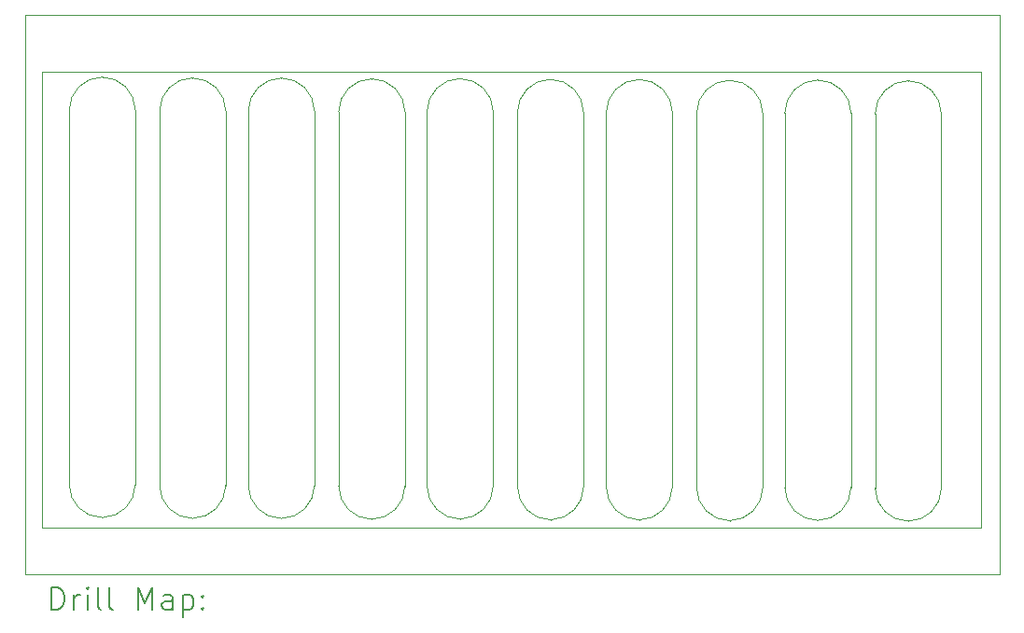
<source format=gbr>
%TF.GenerationSoftware,KiCad,Pcbnew,7.0.1*%
%TF.CreationDate,2023-03-31T11:37:34-07:00*%
%TF.ProjectId,leaf springs,6c656166-2073-4707-9269-6e67732e6b69,rev?*%
%TF.SameCoordinates,Original*%
%TF.FileFunction,Drillmap*%
%TF.FilePolarity,Positive*%
%FSLAX45Y45*%
G04 Gerber Fmt 4.5, Leading zero omitted, Abs format (unit mm)*
G04 Created by KiCad (PCBNEW 7.0.1) date 2023-03-31 11:37:34*
%MOMM*%
%LPD*%
G01*
G04 APERTURE LIST*
%ADD10C,0.100000*%
%ADD11C,0.200000*%
G04 APERTURE END LIST*
D10*
X15882000Y-9231000D02*
X15882000Y-9231000D01*
X12936000Y-5518000D02*
G75*
G03*
X12636000Y-5218000I-300000J0D01*
G01*
X14261000Y-9226000D02*
G75*
G03*
X14561000Y-8926000I0J300000D01*
G01*
X18627000Y-5546000D02*
G75*
G03*
X18327000Y-5246000I-300000J0D01*
G01*
X12936000Y-5518000D02*
X12936000Y-8918000D01*
X15582000Y-8931000D02*
X15582000Y-5531000D01*
X17807000Y-5539000D02*
X17807000Y-8939000D01*
X16402000Y-8938000D02*
X16402000Y-5538000D01*
X17002000Y-5538000D02*
X17002000Y-8938000D01*
X15882000Y-9231000D02*
G75*
G03*
X16182000Y-8931000I0J300000D01*
G01*
X18327000Y-9246000D02*
G75*
G03*
X18627000Y-8946000I0J300000D01*
G01*
X14261000Y-5226000D02*
G75*
G03*
X13961000Y-5526000I0J-300000D01*
G01*
X13456000Y-9225000D02*
X13456000Y-9225000D01*
X13456000Y-9225000D02*
G75*
G03*
X13756000Y-8925000I0J300000D01*
G01*
X19126868Y-5243868D02*
G75*
G03*
X18826868Y-5543868I2J-300002D01*
G01*
X17207000Y-8939000D02*
X17207000Y-5539000D01*
X13156000Y-8925000D02*
G75*
G03*
X13456000Y-9225000I300000J0D01*
G01*
X17807000Y-5539000D02*
G75*
G03*
X17507000Y-5239000I-300000J0D01*
G01*
X18027000Y-8946000D02*
G75*
G03*
X18327000Y-9246000I300000J0D01*
G01*
X19946868Y-9250868D02*
G75*
G03*
X20246868Y-8950868I2J299998D01*
G01*
X15081000Y-5233000D02*
G75*
G03*
X14781000Y-5533000I0J-300000D01*
G01*
X15081000Y-9233000D02*
X15081000Y-9233000D01*
X19126868Y-5243868D02*
X19126868Y-5243868D01*
X16702000Y-5238000D02*
G75*
G03*
X16402000Y-5538000I0J-300000D01*
G01*
X15081000Y-9233000D02*
G75*
G03*
X15381000Y-8933000I0J300000D01*
G01*
X18327000Y-9246000D02*
X18327000Y-9246000D01*
X17207000Y-8939000D02*
G75*
G03*
X17507000Y-9239000I300000J0D01*
G01*
X19126868Y-9243868D02*
X19126868Y-9243868D01*
X13756000Y-5525000D02*
X13756000Y-8925000D01*
X13961000Y-8926000D02*
G75*
G03*
X14261000Y-9226000I300000J0D01*
G01*
X20246868Y-5550868D02*
X20246868Y-8950868D01*
X15081000Y-5233000D02*
X15081000Y-5233000D01*
X13156000Y-8925000D02*
X13156000Y-5525000D01*
X20246872Y-5550868D02*
G75*
G03*
X19946868Y-5250868I-300002J-2D01*
G01*
X14261000Y-5226000D02*
X14261000Y-5226000D01*
X17507000Y-9239000D02*
G75*
G03*
X17807000Y-8939000I0J300000D01*
G01*
X13456000Y-5225000D02*
X13456000Y-5225000D01*
X17507000Y-9239000D02*
X17507000Y-9239000D01*
X18327000Y-5246000D02*
X18327000Y-5246000D01*
X18027000Y-8946000D02*
X18027000Y-5546000D01*
X18826868Y-8943868D02*
X18826868Y-5543868D01*
X15882000Y-5231000D02*
G75*
G03*
X15582000Y-5531000I0J-300000D01*
G01*
X13456000Y-5225000D02*
G75*
G03*
X13156000Y-5525000I0J-300000D01*
G01*
X14561000Y-5526000D02*
X14561000Y-8926000D01*
X14781000Y-8933000D02*
G75*
G03*
X15081000Y-9233000I300000J0D01*
G01*
X17507000Y-5239000D02*
X17507000Y-5239000D01*
X12636000Y-9218000D02*
G75*
G03*
X12936000Y-8918000I0J300000D01*
G01*
X16402000Y-8938000D02*
G75*
G03*
X16702000Y-9238000I300000J0D01*
G01*
X18826872Y-8943868D02*
G75*
G03*
X19126868Y-9243868I299998J-2D01*
G01*
X12336000Y-8918000D02*
G75*
G03*
X12636000Y-9218000I300000J0D01*
G01*
X13756000Y-5525000D02*
G75*
G03*
X13456000Y-5225000I-300000J0D01*
G01*
X14781000Y-8933000D02*
X14781000Y-5533000D01*
X17507000Y-5239000D02*
G75*
G03*
X17207000Y-5539000I0J-300000D01*
G01*
X19946868Y-5250868D02*
G75*
G03*
X19646868Y-5550868I2J-300002D01*
G01*
X12093000Y-5171000D02*
X20603000Y-5171000D01*
X20603000Y-9310000D01*
X12093000Y-9310000D01*
X12093000Y-5171000D01*
X16182000Y-5531000D02*
G75*
G03*
X15882000Y-5231000I-300000J0D01*
G01*
X12636000Y-5218000D02*
X12636000Y-5218000D01*
X15381000Y-5533000D02*
G75*
G03*
X15081000Y-5233000I-300000J0D01*
G01*
X14561000Y-5526000D02*
G75*
G03*
X14261000Y-5226000I-300000J0D01*
G01*
X19646868Y-8950868D02*
X19646868Y-5550868D01*
X17002000Y-5538000D02*
G75*
G03*
X16702000Y-5238000I-300000J0D01*
G01*
X12636000Y-5218000D02*
G75*
G03*
X12336000Y-5518000I0J-300000D01*
G01*
X19946868Y-5250868D02*
X19946868Y-5250868D01*
X13961000Y-8926000D02*
X13961000Y-5526000D01*
X18627000Y-5546000D02*
X18627000Y-8946000D01*
X16182000Y-5531000D02*
X16182000Y-8931000D01*
X19426868Y-5543868D02*
X19426868Y-8943868D01*
X19426872Y-5543868D02*
G75*
G03*
X19126868Y-5243868I-300002J-2D01*
G01*
X12636000Y-9218000D02*
X12636000Y-9218000D01*
X16702000Y-5238000D02*
X16702000Y-5238000D01*
X18327000Y-5246000D02*
G75*
G03*
X18027000Y-5546000I0J-300000D01*
G01*
X15882000Y-5231000D02*
X15882000Y-5231000D01*
X19126868Y-9243868D02*
G75*
G03*
X19426868Y-8943868I2J299998D01*
G01*
X14261000Y-9226000D02*
X14261000Y-9226000D01*
X12336000Y-8918000D02*
X12336000Y-5518000D01*
X11935000Y-4656000D02*
X20773000Y-4656000D01*
X20773000Y-9735000D01*
X11935000Y-9735000D01*
X11935000Y-4656000D01*
X16702000Y-9238000D02*
G75*
G03*
X17002000Y-8938000I0J300000D01*
G01*
X19946868Y-9250868D02*
X19946868Y-9250868D01*
X16702000Y-9238000D02*
X16702000Y-9238000D01*
X15381000Y-5533000D02*
X15381000Y-8933000D01*
X19646872Y-8950868D02*
G75*
G03*
X19946868Y-9250868I299998J-2D01*
G01*
X15582000Y-8931000D02*
G75*
G03*
X15882000Y-9231000I300000J0D01*
G01*
D11*
X12177619Y-10052524D02*
X12177619Y-9852524D01*
X12177619Y-9852524D02*
X12225238Y-9852524D01*
X12225238Y-9852524D02*
X12253809Y-9862048D01*
X12253809Y-9862048D02*
X12272857Y-9881095D01*
X12272857Y-9881095D02*
X12282381Y-9900143D01*
X12282381Y-9900143D02*
X12291905Y-9938238D01*
X12291905Y-9938238D02*
X12291905Y-9966810D01*
X12291905Y-9966810D02*
X12282381Y-10004905D01*
X12282381Y-10004905D02*
X12272857Y-10023952D01*
X12272857Y-10023952D02*
X12253809Y-10043000D01*
X12253809Y-10043000D02*
X12225238Y-10052524D01*
X12225238Y-10052524D02*
X12177619Y-10052524D01*
X12377619Y-10052524D02*
X12377619Y-9919190D01*
X12377619Y-9957286D02*
X12387143Y-9938238D01*
X12387143Y-9938238D02*
X12396667Y-9928714D01*
X12396667Y-9928714D02*
X12415714Y-9919190D01*
X12415714Y-9919190D02*
X12434762Y-9919190D01*
X12501428Y-10052524D02*
X12501428Y-9919190D01*
X12501428Y-9852524D02*
X12491905Y-9862048D01*
X12491905Y-9862048D02*
X12501428Y-9871571D01*
X12501428Y-9871571D02*
X12510952Y-9862048D01*
X12510952Y-9862048D02*
X12501428Y-9852524D01*
X12501428Y-9852524D02*
X12501428Y-9871571D01*
X12625238Y-10052524D02*
X12606190Y-10043000D01*
X12606190Y-10043000D02*
X12596667Y-10023952D01*
X12596667Y-10023952D02*
X12596667Y-9852524D01*
X12730000Y-10052524D02*
X12710952Y-10043000D01*
X12710952Y-10043000D02*
X12701428Y-10023952D01*
X12701428Y-10023952D02*
X12701428Y-9852524D01*
X12958571Y-10052524D02*
X12958571Y-9852524D01*
X12958571Y-9852524D02*
X13025238Y-9995381D01*
X13025238Y-9995381D02*
X13091905Y-9852524D01*
X13091905Y-9852524D02*
X13091905Y-10052524D01*
X13272857Y-10052524D02*
X13272857Y-9947762D01*
X13272857Y-9947762D02*
X13263333Y-9928714D01*
X13263333Y-9928714D02*
X13244286Y-9919190D01*
X13244286Y-9919190D02*
X13206190Y-9919190D01*
X13206190Y-9919190D02*
X13187143Y-9928714D01*
X13272857Y-10043000D02*
X13253809Y-10052524D01*
X13253809Y-10052524D02*
X13206190Y-10052524D01*
X13206190Y-10052524D02*
X13187143Y-10043000D01*
X13187143Y-10043000D02*
X13177619Y-10023952D01*
X13177619Y-10023952D02*
X13177619Y-10004905D01*
X13177619Y-10004905D02*
X13187143Y-9985857D01*
X13187143Y-9985857D02*
X13206190Y-9976333D01*
X13206190Y-9976333D02*
X13253809Y-9976333D01*
X13253809Y-9976333D02*
X13272857Y-9966810D01*
X13368095Y-9919190D02*
X13368095Y-10119190D01*
X13368095Y-9928714D02*
X13387143Y-9919190D01*
X13387143Y-9919190D02*
X13425238Y-9919190D01*
X13425238Y-9919190D02*
X13444286Y-9928714D01*
X13444286Y-9928714D02*
X13453809Y-9938238D01*
X13453809Y-9938238D02*
X13463333Y-9957286D01*
X13463333Y-9957286D02*
X13463333Y-10014429D01*
X13463333Y-10014429D02*
X13453809Y-10033476D01*
X13453809Y-10033476D02*
X13444286Y-10043000D01*
X13444286Y-10043000D02*
X13425238Y-10052524D01*
X13425238Y-10052524D02*
X13387143Y-10052524D01*
X13387143Y-10052524D02*
X13368095Y-10043000D01*
X13549048Y-10033476D02*
X13558571Y-10043000D01*
X13558571Y-10043000D02*
X13549048Y-10052524D01*
X13549048Y-10052524D02*
X13539524Y-10043000D01*
X13539524Y-10043000D02*
X13549048Y-10033476D01*
X13549048Y-10033476D02*
X13549048Y-10052524D01*
X13549048Y-9928714D02*
X13558571Y-9938238D01*
X13558571Y-9938238D02*
X13549048Y-9947762D01*
X13549048Y-9947762D02*
X13539524Y-9938238D01*
X13539524Y-9938238D02*
X13549048Y-9928714D01*
X13549048Y-9928714D02*
X13549048Y-9947762D01*
M02*

</source>
